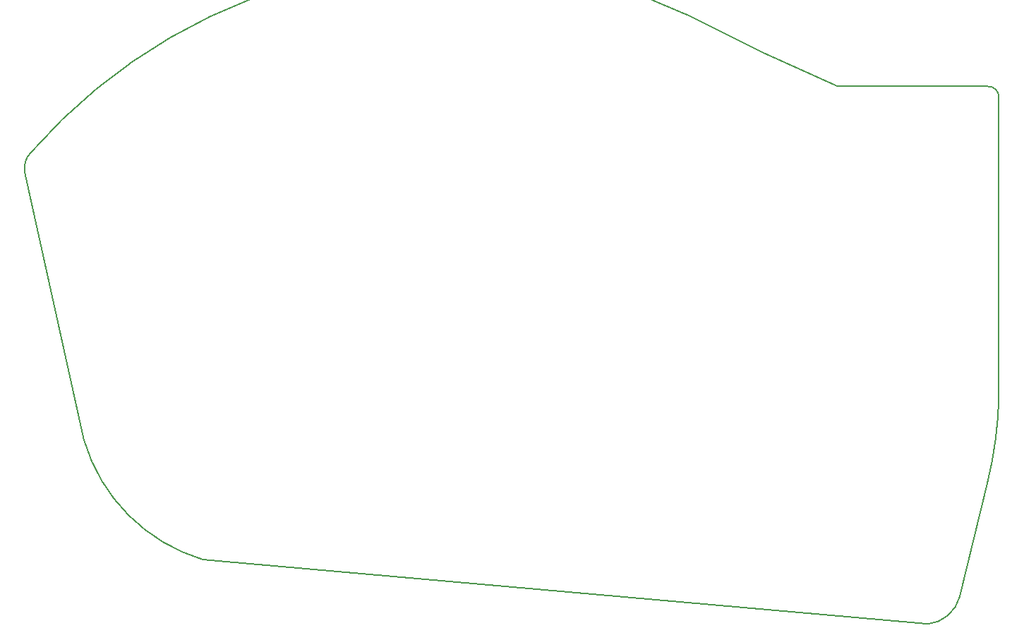
<source format=gbr>
G04 #@! TF.GenerationSoftware,KiCad,Pcbnew,6.0.0-d3dd2cf0fa~116~ubuntu20.04.1*
G04 #@! TF.CreationDate,2022-01-05T19:48:54-05:00*
G04 #@! TF.ProjectId,30,33302e6b-6963-4616-945f-706362585858,0.1*
G04 #@! TF.SameCoordinates,Original*
G04 #@! TF.FileFunction,Profile,NP*
%FSLAX46Y46*%
G04 Gerber Fmt 4.6, Leading zero omitted, Abs format (unit mm)*
G04 Created by KiCad (PCBNEW 6.0.0-d3dd2cf0fa~116~ubuntu20.04.1) date 2022-01-05 19:48:54*
%MOMM*%
%LPD*%
G01*
G04 APERTURE LIST*
G04 #@! TA.AperFunction,Profile*
%ADD10C,0.150000*%
G04 #@! TD*
G04 APERTURE END LIST*
D10*
X33766082Y-102696123D02*
G75*
G03*
X48006000Y-116967000I20324408J6040364D01*
G01*
X33766083Y-102696123D02*
X26670000Y-70485000D01*
X143510000Y-74168000D02*
X143510000Y-97409000D01*
X134874000Y-124714000D02*
X48006000Y-116967000D01*
X143510000Y-74168000D02*
X143510000Y-61468000D01*
X106299000Y-51689001D02*
G75*
G03*
X27305000Y-68199000I-28579791J-60489647D01*
G01*
X143510000Y-61468000D02*
G75*
G03*
X142240000Y-60198000I-1254898J15102D01*
G01*
X138811000Y-121412000D02*
X142113000Y-107823000D01*
X134874000Y-124714000D02*
G75*
G03*
X138811000Y-121412000I-341454J4405176D01*
G01*
X142240000Y-60198000D02*
X124206000Y-60198000D01*
X142113000Y-107823000D02*
G75*
G03*
X143510000Y-97409000I-46942153J11597819D01*
G01*
X27305000Y-68199000D02*
G75*
G03*
X26670000Y-70485000I1869127J-1750396D01*
G01*
X106299000Y-51689000D02*
G75*
G03*
X124206000Y-60198000I115273455J219493465D01*
G01*
M02*

</source>
